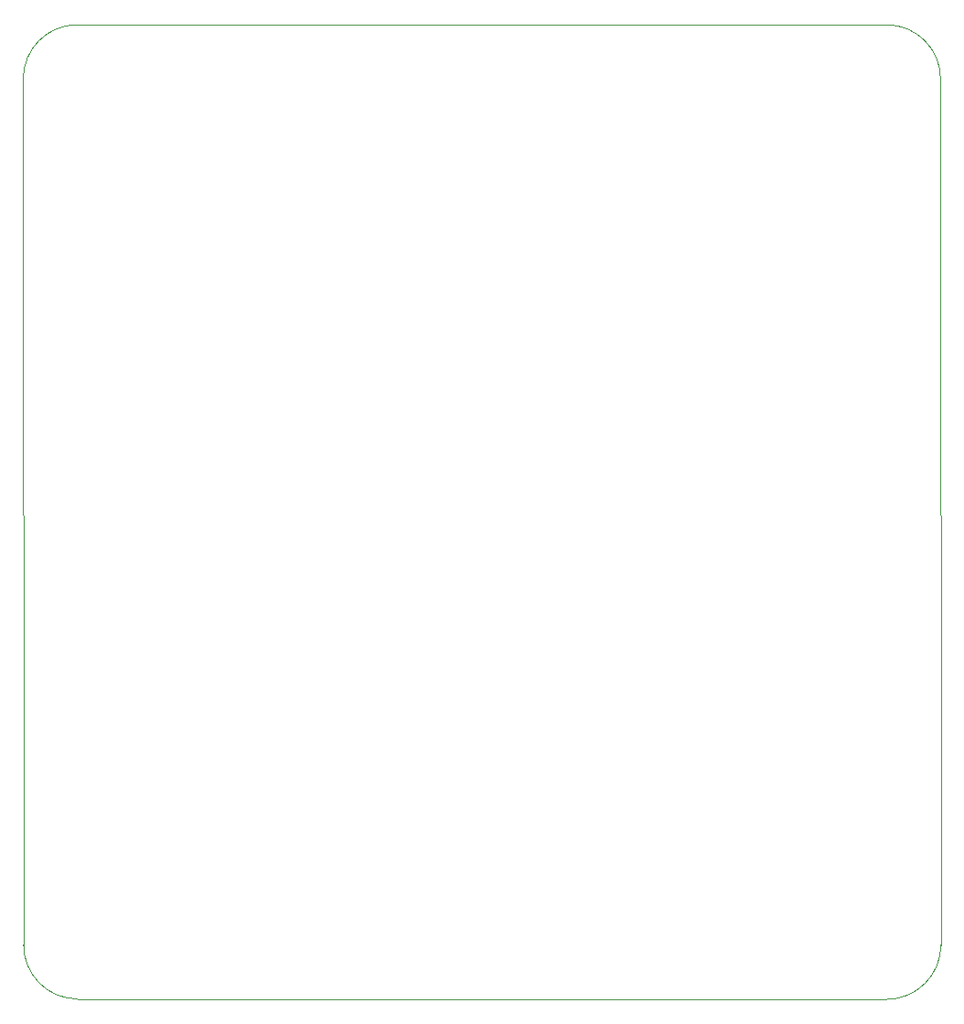
<source format=gbr>
%TF.GenerationSoftware,KiCad,Pcbnew,8.0.7*%
%TF.CreationDate,2025-04-02T17:47:29-05:00*%
%TF.ProjectId,FinalBoard,46696e61-6c42-46f6-9172-642e6b696361,rev?*%
%TF.SameCoordinates,Original*%
%TF.FileFunction,Profile,NP*%
%FSLAX46Y46*%
G04 Gerber Fmt 4.6, Leading zero omitted, Abs format (unit mm)*
G04 Created by KiCad (PCBNEW 8.0.7) date 2025-04-02 17:47:29*
%MOMM*%
%LPD*%
G01*
G04 APERTURE LIST*
%TA.AperFunction,Profile*%
%ADD10C,0.050000*%
%TD*%
G04 APERTURE END LIST*
D10*
X195000000Y-140250000D02*
X120035534Y-140214466D01*
X200000000Y-55000000D02*
X200035534Y-135214466D01*
X120000000Y-50000000D02*
X195000000Y-50000000D01*
X115035534Y-135214466D02*
X115000000Y-55000000D01*
X195000000Y-50000000D02*
G75*
G02*
X200000000Y-55000000I0J-5000000D01*
G01*
X200035534Y-135214466D02*
G75*
G02*
X195000000Y-140250000I-5035534J0D01*
G01*
X120035534Y-140214466D02*
G75*
G02*
X115035534Y-135214466I0J5000000D01*
G01*
X115000000Y-55000000D02*
G75*
G02*
X120000000Y-50000000I5000000J0D01*
G01*
M02*

</source>
